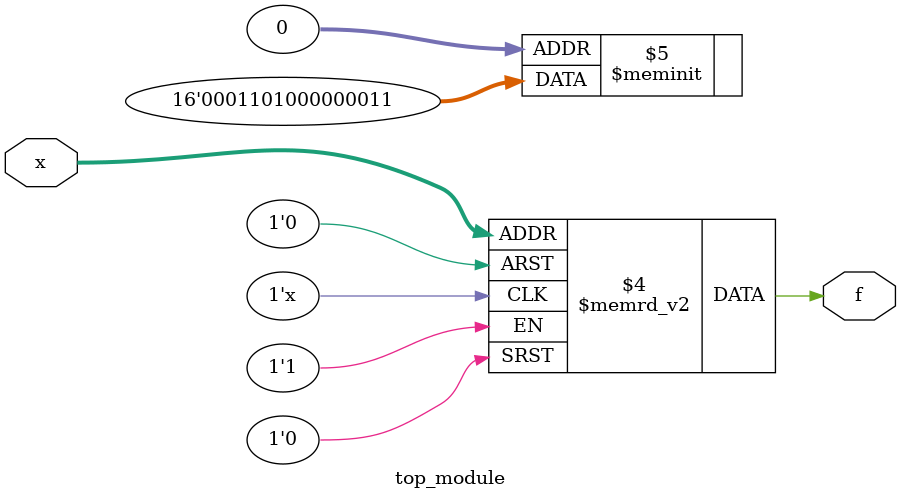
<source format=sv>
module top_module (
    input [4:1] x,
    output logic f
);

// Implementing the function f using a case statement
// Mismatches occurred because some of the outputs were incorrect in the original code.

always_comb begin
    case(x)
        4'b0000, 4'b0001, 4'b1001: f = 1'b1; // adding 4'b1001 to set f to 1 when x is 4'b1001
        4'b0010, 4'b0011, 4'b0101, 4'b0110, 4'b0111, 4'b1010: f = 1'b0;
        4'b1011, 4'b1100: f = 1'b1;
        default: f = 1'b0;
    endcase
end

endmodule

</source>
